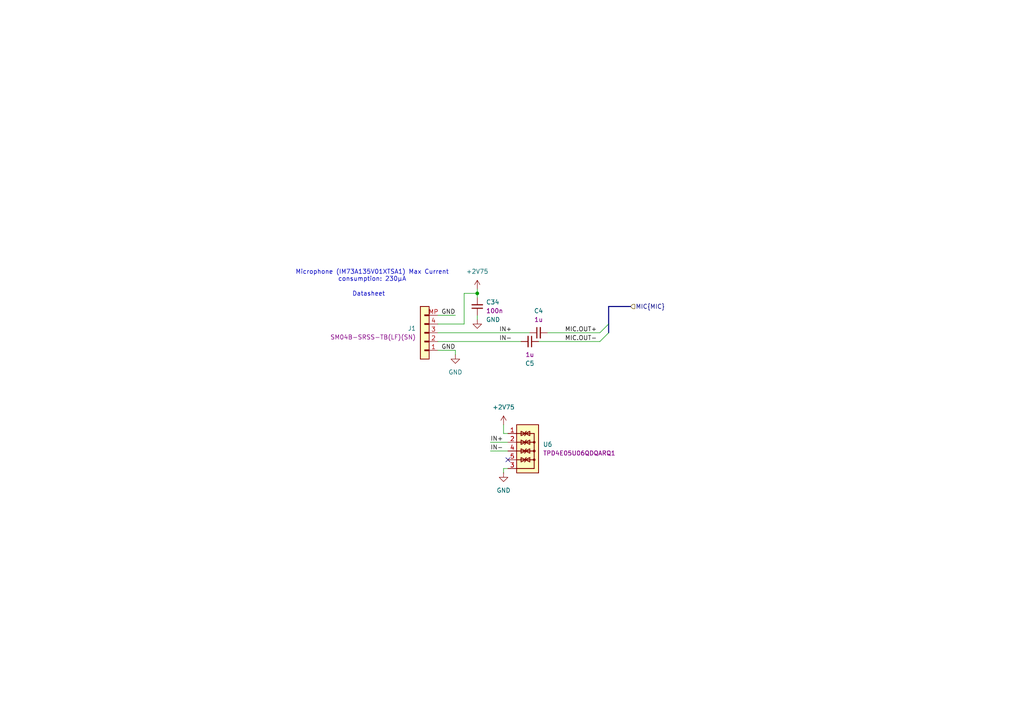
<source format=kicad_sch>
(kicad_sch (version 20231120) (generator "eeschema") (generator_version "8.0")
  (paper "A4")
  (title_block (title "audio-latency-processing-board") (date "2025-01-07") (rev "1.0.0"))
  (lib_symbols
    (symbol "antmicroCapacitors0402:C_100n_0402" (pin_numbers hide) (pin_names hide)
      (property "Reference" "C" (at 20.32 -5.08 0))
      (property "Val" "100n" (at 20.32 -7.62 0))
      (symbol "C_100n_0402_0_1"
        (polyline (pts (xy 2.032 -1.524) (xy 2.032 1.524)) (stroke (width 0.3048)))
        (polyline (pts (xy 3.048 -1.524) (xy 3.048 1.524)) (stroke (width 0.3302)))
      )
      (symbol "C_100n_0402_1_1"
        (pin passive line (at 0 0 0) (length 2.032) (name "~") (number "1"))
        (pin passive line (at 5.08 0 180) (length 2.032) (name "~") (number "2"))
      )
    )
    (symbol "antmicroCapacitors0402:C_1u_0402" (pin_numbers hide) (pin_names hide)
      (property "Reference" "C" (at 20.32 -5.08 0))
      (property "Val" "1u" (at 20.32 -7.62 0))
      (symbol "C_1u_0402_0_1"
        (polyline (pts (xy 2.032 -1.524) (xy 2.032 1.524)) (stroke (width 0.3048)))
        (polyline (pts (xy 3.048 -1.524) (xy 3.048 1.524)) (stroke (width 0.3302)))
      )
      (symbol "C_1u_0402_1_1"
        (pin passive line (at 0 0 0) (length 2.032) (name "~") (number "1"))
        (pin passive line (at 5.08 0 180) (length 2.032) (name "~") (number "2"))
      )
    )
    (symbol "antmicroTVSDiodes:TPD4E05U06QDQARQ1"
      (property "Reference" "U" (at 24.13 0 0))
      (property "MPN" "TPD4E05U06QDQARQ1" (at 24.13 -2.54 0))
      (symbol "TPD4E05U06QDQARQ1_1_1"
        (polyline (pts (xy 2.54 -7.62) (xy 7.62 -7.62)) (stroke (width 0.254)) (fill (type background)))
        (polyline (pts (xy 2.54 -5.08) (xy 7.62 -5.08)) (stroke (width 0.254)) (fill (type background)))
        (polyline (pts (xy 2.54 -2.54) (xy 7.62 -2.54)) (stroke (width 0.254)) (fill (type background)))
        (polyline (pts (xy 2.54 0) (xy 7.62 0)) (stroke (width 0.254)) (fill (type background)))
        (polyline (pts (xy 7.62 -10.16) (xy 2.54 -10.16)) (stroke (width 0.254)) (fill (type background)))
        (polyline (pts (xy 7.62 0) (xy 7.62 -10.16)) (stroke (width 0.254)) (fill (type background)))
        (polyline (pts (xy 4.826 -8.255) (xy 5.08 -8.001) (xy 5.08 -7.239) (xy 5.334 -6.985)) (stroke (width 0.254)) (fill (type background)))
        (polyline (pts (xy 4.826 -5.715) (xy 5.08 -5.461) (xy 5.08 -4.699) (xy 5.334 -4.445)) (stroke (width 0.254)) (fill (type background)))
        (polyline (pts (xy 4.826 -3.175) (xy 5.08 -2.921) (xy 5.08 -2.159) (xy 5.334 -1.905)) (stroke (width 0.254)) (fill (type background)))
        (polyline (pts (xy 4.826 -0.635) (xy 5.08 -0.381) (xy 5.08 0.381) (xy 5.334 0.635)) (stroke (width 0.254)) (fill (type background)))
        (polyline (pts (xy 5.08 -7.62) (xy 3.81 -8.255) (xy 3.81 -6.985) (xy 5.08 -7.62)) (stroke (width 0.254)) (fill (type background)))
        (polyline (pts (xy 5.08 -5.08) (xy 3.81 -5.715) (xy 3.81 -4.445) (xy 5.08 -5.08)) (stroke (width 0.254)) (fill (type background)))
        (polyline (pts (xy 5.08 -5.08) (xy 6.35 -4.445) (xy 6.35 -5.715) (xy 5.08 -5.08)) (stroke (width 0.254)) (fill (type background)))
        (polyline (pts (xy 5.08 -2.54) (xy 3.81 -3.175) (xy 3.81 -1.905) (xy 5.08 -2.54)) (stroke (width 0.254)) (fill (type background)))
        (polyline (pts (xy 5.08 -2.54) (xy 6.35 -3.175) (xy 6.35 -1.905) (xy 5.08 -2.54)) (stroke (width 0.254)) (fill (type background)))
        (polyline (pts (xy 5.08 0) (xy 3.81 -0.635) (xy 3.81 0.635) (xy 5.08 0)) (stroke (width 0.254)) (fill (type background)))
        (polyline (pts (xy 5.08 0) (xy 6.35 -0.635) (xy 6.35 0.635) (xy 5.08 0)) (stroke (width 0.254)) (fill (type background)))
        (polyline (pts (xy 6.35 -6.985) (xy 6.35 -8.255) (xy 5.08 -7.62) (xy 6.35 -6.985)) (stroke (width 0.254)) (fill (type background)))
        (rectangle (start 2.54 2.54) (end 8.89 -11.43) (stroke (width 0.254)) (fill (type background)))
        (circle (center 7.62 -7.62) (radius 0.254) (stroke (width 0.254)) (fill (type background)))
        (circle (center 7.62 -5.08) (radius 0.254) (stroke (width 0.254)) (fill (type background)))
        (circle (center 7.62 -5.08) (radius 0.254) (stroke (width 0.254)) (fill (type background)))
        (circle (center 7.62 -2.54) (radius 0.254) (stroke (width 0.254)) (fill (type background)))
        (pin passive line (at 0 0 0) (length 2.54) (name "~") (number "1"))
        (pin passive line (at 0 0 0) (length 2.54) hide (name "~") (number "10"))
        (pin passive line (at 0 -2.54 0) (length 2.54) (name "~") (number "2"))
        (pin power_in line (at 0 -10.16 0) (length 2.54) (name "~") (number "3"))
        (pin passive line (at 0 -5.08 0) (length 2.54) (name "~") (number "4"))
        (pin passive line (at 0 -7.62 0) (length 2.54) (name "~") (number "5"))
        (pin passive line (at 0 -7.62 0) (length 2.54) hide (name "~") (number "6"))
        (pin passive line (at 0 -5.08 0) (length 2.54) hide (name "~") (number "7"))
        (pin passive line (at 0 -10.16 0) (length 2.54) hide (name "~") (number "8"))
        (pin passive line (at 0 -2.54 0) (length 2.54) hide (name "~") (number "9"))
      )
    )
    (symbol "antmicroWire2BoardConnectors:JST_SH_1x4_SM04B-SRSS-TB-LF-SN"
      (property "Reference" "J" (at 26.67 -2.54 0))
      (property "MPN" "SM04B-SRSS-TB(LF)(SN)" (at 26.67 -5.08 0))
      (symbol "JST_SH_1x4_SM04B-SRSS-TB-LF-SN_1_1"
        (rectangle (start 2.54 -10.033) (end 3.81 -10.287) (stroke (width 0.254)) (fill (type background)))
        (rectangle (start 2.54 -7.493) (end 3.81 -7.747) (stroke (width 0.254)) (fill (type background)))
        (rectangle (start 2.54 -4.953) (end 3.81 -5.207) (stroke (width 0.254)) (fill (type background)))
        (rectangle (start 2.54 -2.413) (end 3.81 -2.667) (stroke (width 0.254)) (fill (type background)))
        (rectangle (start 2.54 0.127) (end 3.81 -0.127) (stroke (width 0.254)) (fill (type background)))
        (rectangle (start 2.54 2.54) (end 5.08 -12.7) (stroke (width 0.254)) (fill (type background)))
        (pin passive line (at 0 0 0) (length 2.54) (name "~") (number "1"))
        (pin passive line (at 0 -2.54 0) (length 2.54) (name "~") (number "2"))
        (pin passive line (at 0 -5.08 0) (length 2.54) (name "~") (number "3"))
        (pin passive line (at 0 -7.62 0) (length 2.54) (name "~") (number "4"))
        (pin passive line (at 0 -10.16 0) (length 2.54) (name "~") (number "MP"))
      )
    )
    (symbol "antmicropower:+2V75" (power) (pin_names (offset 0))
      (property "Value" "+2V75" (at 0 3.556 0))
      (symbol "+2V75_0_1"
        (polyline (pts (xy -0.762 1.27) (xy 0 2.54)))
        (polyline (pts (xy 0 0) (xy 0 2.54)))
        (polyline (pts (xy 0 2.54) (xy 0.762 1.27)))
      )
      (symbol "+2V75_1_1"
        (pin power_in line (at 0 0 90) (length 0) hide (name "+2V75") (number "1"))
      )
    )
    (symbol "antmicropower:GND" (power) (pin_numbers hide) (pin_names hide)
      (property "Value" "GND" (at 8.89 -5.08 0))
      (symbol "GND_1_1"
        (polyline (pts (xy 0 0) (xy 0 -1.27) (xy 1.27 -1.27) (xy 0 -2.54) (xy -1.27 -1.27) (xy 0 -1.27)))
        (pin power_in line (at 0 0 270) (length 0) (name "GND") (number "1"))
      )
    )
  )
  (bus_alias "I2S" (members "SCK" "WS" "SD"))
  (bus_alias "MIC" (members "OUT+" "OUT-"))
  (junction (at 138.43 85.09))
  (no_connect (at 147.32 133.35))
  (bus_entry (at 176.53 96.52) (size -2.54 2.54))
  (bus_entry (at 176.53 93.98) (size -2.54 2.54))
  (wire (pts (xy 147.32 125.73) (xy 146.05 125.73)))
  (bus (pts (xy 176.53 93.98) (xy 176.53 96.52)))
  (wire (pts (xy 127 96.52) (xy 153.67 96.52)))
  (wire (pts (xy 132.08 101.6) (xy 132.08 102.87)))
  (wire (pts (xy 134.62 85.09) (xy 134.62 93.98)))
  (wire (pts (xy 146.05 137.16) (xy 146.05 135.89)))
  (wire (pts (xy 156.21 99.06) (xy 173.99 99.06)))
  (wire (pts (xy 138.43 83.82) (xy 138.43 85.09)))
  (wire (pts (xy 146.05 135.89) (xy 147.32 135.89)))
  (wire (pts (xy 134.62 85.09) (xy 138.43 85.09)))
  (wire (pts (xy 138.43 85.09) (xy 138.43 86.36)))
  (wire (pts (xy 142.24 128.27) (xy 147.32 128.27)))
  (wire (pts (xy 132.08 101.6) (xy 127 101.6)))
  (wire (pts (xy 127 99.06) (xy 151.13 99.06)))
  (wire (pts (xy 158.75 96.52) (xy 173.99 96.52)))
  (wire (pts (xy 132.08 91.44) (xy 127 91.44)))
  (bus (pts (xy 176.53 88.9) (xy 176.53 93.98)))
  (wire (pts (xy 142.24 130.81) (xy 147.32 130.81)))
  (wire (pts (xy 127 93.98) (xy 134.62 93.98)))
  (bus (pts (xy 176.53 88.9) (xy 182.88 88.9)))
  (wire (pts (xy 138.43 91.44) (xy 138.43 92.71)))
  (wire (pts (xy 146.05 123.19) (xy 146.05 125.73)))
  (text "Microphone (IM73A135V01XTSA1) Max Current\nconsumption: 230µA" (at 107.95 80.01 0) (effects (font (size 1.27 1.27))))
  (text "Datasheet" (at 106.934 85.344 0) (effects (font (size 1.27 1.27))))
  (label "MIC.OUT+" (at 163.83 96.52 0))
  (label "IN+" (at 142.24 128.27 0))
  (label "IN+" (at 144.78 96.52 0))
  (label "IN-" (at 142.24 130.81 0))
  (label "MIC.OUT-" (at 163.83 99.06 0))
  (label "IN-" (at 144.78 99.06 0))
  (label "GND" (at 132.08 91.44 180))
  (label "GND" (at 132.08 101.6 180))
  (hierarchical_label "MIC{MIC}" (shape input) (at 182.88 88.9 0))
  (symbol (lib_id "antmicropower:GND") (at 132.08 102.87 0) (unit 1)
    (property "Reference" "#PWR01" (effects (hide yes)))
    (property "Value" "GND" (at 132.08 107.95 0))
    (property "Author" "Antmicro" (effects (hide yes)))
    (property "License" "Apache-2.0" (effects (hide yes)))
  )
  (symbol (lib_id "antmicropower:GND") (at 146.05 137.16 0) (unit 1)
    (property "Reference" "#PWR048" (effects (hide yes)))
    (property "Value" "GND" (at 146.05 142.24 0))
    (property "Author" "Antmicro" (effects (hide yes)))
    (property "License" "Apache-2.0" (effects (hide yes)))
  )
  (symbol (lib_id "antmicropower:+2V75") (at 138.43 83.82 0) (unit 1)
    (property "Reference" "#PWR045" (effects (hide yes)))
    (property "Value" "+2V75" (at 138.43 78.74 0))
  )
  (symbol (lib_id "antmicropower:GND") (at 138.43 92.71 0) (unit 1)
    (property "Reference" "#PWR046" (effects (hide yes)))
    (property "Value" "GND" (at 143.002 92.71 0))
    (property "Author" "Antmicro" (effects (hide yes)))
    (property "License" "Apache-2.0" (effects (hide yes)))
  )
  (symbol (lib_id "antmicroWire2BoardConnectors:JST_SH_1x4_SM04B-SRSS-TB-LF-SN") (at 127 101.6 180) (unit 1)
    (property "Reference" "J1" (at 120.65 95.25 0) (effects (justify left)))
    (property "Value" "JST_SH_1x4_SM04B-SRSS-TB-LF-SN" (effects (hide yes)))
    (property "Footprint" "antmicro-footprints:Conn_JST_SH_1x4_SM04B-SRSS-TB-LF-SN" (effects (hide yes)))
    (property "Datasheet" "https://www.jst-mfg.com/product/pdf/eng/eSH.pdf" (effects (hide yes)))
    (property "Description" "Pin Header, Right Angle, Wire-to-Board, 1 mm, 1 Rows, 4 Contacts, Surface Mount Right Angle, SH" (effects (hide yes)))
    (property "MPN" "SM04B-SRSS-TB(LF)(SN)" (at 120.65 97.79 0) (effects (justify left)))
    (property "Manufacturer" "JST Automotive Connectors" (effects (hide yes)))
    (property "Author" "Antmicro" (effects (hide yes)))
    (property "License" "Apache-2.0" (effects (hide yes)))
  )
  (symbol (lib_id "antmicroTVSDiodes:TPD4E05U06QDQARQ1") (at 147.32 125.73 0) (unit 1)
    (property "Reference" "U6" (at 157.48 128.905 0) (effects (justify left)))
    (property "Value" "TPD4E05U06QDQARQ1" (effects (hide yes)))
    (property "Footprint" "antmicro-footprints:USON-10_2.5x1mm_P0.5mm" (effects (hide yes)))
    (property "Datasheet" "https://www.ti.com/lit/ds/symlink/tpd4e05u06-q1.pdf?HQS=dis-mous-null-mousermode-dsf-pf-null-wwe&ts=1663591265741&ref_url=https%253A%252F%252Fwww.mouser.com%252F" (effects (hide yes)))
    (property "Description" "TVS diode array, 12 kV, USON-10, 5.5 V, 0.5 pF" (effects (hide yes)))
    (property "MPN" "TPD4E05U06QDQARQ1" (at 157.48 131.445 0) (effects (justify left)))
    (property "Manufacturer" "Texas Instruments" (effects (hide yes)))
    (property "Author" "Antmicro" (effects (hide yes)))
    (property "License" "Apache-2.0" (effects (hide yes)))
  )
  (symbol (lib_id "antmicropower:+2V75") (at 146.05 123.19 0) (unit 1)
    (property "Reference" "#PWR047" (effects (hide yes)))
    (property "Value" "+2V75" (at 146.05 118.11 0))
  )
  (symbol (lib_id "antmicroCapacitors0402:C_1u_0402") (at 153.67 96.52 0) (unit 1)
    (property "Reference" "C4" (at 156.2163 90.17 0))
    (property "Value" "C_1u_0402" (effects (hide yes)))
    (property "Footprint" "antmicro-footprints:C_0402_1005Metric" (effects (hide yes)))
    (property "Datasheet" "https://product.tdk.com/en/search/capacitor/ceramic/mlcc/info?part_no=C1005X6S1A105K050BC" (effects (hide yes)))
    (property "Description" "SMD Multilayer Ceramic Capacitor, 1 µF, 10 V, 0402 [1005 Metric], ± 10%, X6S, C" (effects (hide yes)))
    (property "MPN" "C1005X6S1A105K050BC" (effects (hide yes)))
    (property "Manufacturer" "TDK" (effects (hide yes)))
    (property "License" "Apache-2.0" (effects (hide yes)))
    (property "Author" "Antmicro" (effects (hide yes)))
    (property "Val" "1u" (at 156.2163 92.71 0))
  )
  (symbol (lib_id "antmicroCapacitors0402:C_1u_0402") (at 156.21 99.06 180) (unit 1)
    (property "Reference" "C5" (at 153.6637 105.41 0))
    (property "Value" "C_1u_0402" (effects (hide yes)))
    (property "Footprint" "antmicro-footprints:C_0402_1005Metric" (effects (hide yes)))
    (property "Datasheet" "https://product.tdk.com/en/search/capacitor/ceramic/mlcc/info?part_no=C1005X6S1A105K050BC" (effects (hide yes)))
    (property "Description" "SMD Multilayer Ceramic Capacitor, 1 µF, 10 V, 0402 [1005 Metric], ± 10%, X6S, C" (effects (hide yes)))
    (property "MPN" "C1005X6S1A105K050BC" (effects (hide yes)))
    (property "Manufacturer" "TDK" (effects (hide yes)))
    (property "License" "Apache-2.0" (effects (hide yes)))
    (property "Author" "Antmicro" (effects (hide yes)))
    (property "Val" "1u" (at 153.6637 102.87 0))
  )
  (symbol (lib_id "antmicroCapacitors0402:C_100n_0402") (at 138.43 91.44 90) (unit 1)
    (property "Reference" "C34" (at 140.97 87.6236 90) (effects (justify right)))
    (property "Value" "C_100n_0402" (effects (hide yes)))
    (property "Footprint" "antmicro-footprints:C_0402_1005Metric" (effects (hide yes)))
    (property "Datasheet" "https://www.murata.com/products/productdetail?partno=GRM155R61H104KE14%23" (effects (hide yes)))
    (property "Description" "SMD Multilayer Ceramic Capacitor, 0.1 µF, 50 V, 0402 [1005 Metric], ± 10%, X5R, GRM Series" (effects (hide yes)))
    (property "MPN" "GRM155R61H104KE14D" (effects (hide yes)))
    (property "Manufacturer" "Murata" (effects (hide yes)))
    (property "License" "Apache-2.0" (effects (hide yes)))
    (property "Author" "Antmicro" (effects (hide yes)))
    (property "Val" "100n" (at 140.97 90.1636 90) (effects (justify right)))
    (property "Voltage" "50V" (effects (hide yes)))
    (property "Dielectric" "X5R" (effects (hide yes)))
  )
)
</source>
